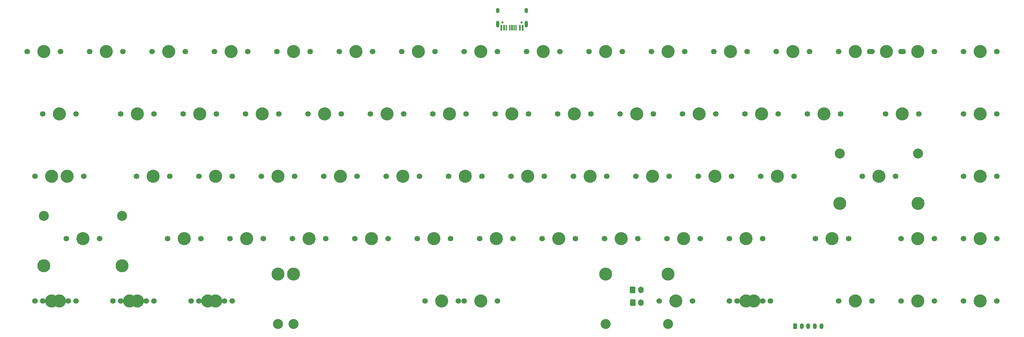
<source format=gbr>
%TF.GenerationSoftware,KiCad,Pcbnew,8.99.0-946-gf00a1ab517*%
%TF.CreationDate,2024-06-04T13:04:33+07:00*%
%TF.ProjectId,Sessantacinque65,53657373-616e-4746-9163-696e71756536,rev?*%
%TF.SameCoordinates,Original*%
%TF.FileFunction,Soldermask,Top*%
%TF.FilePolarity,Negative*%
%FSLAX46Y46*%
G04 Gerber Fmt 4.6, Leading zero omitted, Abs format (unit mm)*
G04 Created by KiCad (PCBNEW 8.99.0-946-gf00a1ab517) date 2024-06-04 13:04:33*
%MOMM*%
%LPD*%
G01*
G04 APERTURE LIST*
G04 Aperture macros list*
%AMRoundRect*
0 Rectangle with rounded corners*
0 $1 Rounding radius*
0 $2 $3 $4 $5 $6 $7 $8 $9 X,Y pos of 4 corners*
0 Add a 4 corners polygon primitive as box body*
4,1,4,$2,$3,$4,$5,$6,$7,$8,$9,$2,$3,0*
0 Add four circle primitives for the rounded corners*
1,1,$1+$1,$2,$3*
1,1,$1+$1,$4,$5*
1,1,$1+$1,$6,$7*
1,1,$1+$1,$8,$9*
0 Add four rect primitives between the rounded corners*
20,1,$1+$1,$2,$3,$4,$5,0*
20,1,$1+$1,$4,$5,$6,$7,0*
20,1,$1+$1,$6,$7,$8,$9,0*
20,1,$1+$1,$8,$9,$2,$3,0*%
G04 Aperture macros list end*
%ADD10C,1.700000*%
%ADD11C,4.000000*%
%ADD12RoundRect,0.250000X-0.600000X-0.750000X0.600000X-0.750000X0.600000X0.750000X-0.600000X0.750000X0*%
%ADD13O,1.700000X2.000000*%
%ADD14C,3.987800*%
%ADD15C,3.048000*%
%ADD16C,0.650000*%
%ADD17R,0.600000X1.760000*%
%ADD18R,0.300000X1.760000*%
%ADD19R,0.600000X1.450000*%
%ADD20O,1.000000X2.100000*%
%ADD21O,1.000000X1.600000*%
%ADD22RoundRect,0.250000X-0.350000X-0.625000X0.350000X-0.625000X0.350000X0.625000X-0.350000X0.625000X0*%
%ADD23O,1.200000X1.750000*%
G04 APERTURE END LIST*
D10*
%TO.C,SW12*%
X199182500Y139700000D03*
D11*
X204262500Y139700000D03*
D10*
X209342500Y139700000D03*
%TD*%
%TO.C,SW9*%
X142032500Y139700000D03*
D11*
X147112500Y139700000D03*
D10*
X152192500Y139700000D03*
%TD*%
%TO.C,SW72*%
X237282500Y63500000D03*
D11*
X242362500Y63500000D03*
D10*
X247442500Y63500000D03*
%TD*%
%TO.C,SW14*%
X256332500Y139700000D03*
D11*
X261412500Y139700000D03*
D10*
X266492500Y139700000D03*
%TD*%
%TO.C,SW20*%
X75357500Y120650000D03*
D11*
X80437500Y120650000D03*
D10*
X85517500Y120650000D03*
%TD*%
D12*
%TO.C,SWb\u00F4t1*%
X174430000Y62970000D03*
D13*
X176930000Y62970000D03*
%TD*%
D10*
%TO.C,SW22*%
X113457500Y120650000D03*
D11*
X118537500Y120650000D03*
D10*
X123617500Y120650000D03*
%TD*%
%TO.C,SW74*%
X275382500Y63500000D03*
D11*
X280462500Y63500000D03*
D10*
X285542500Y63500000D03*
%TD*%
%TO.C,SW47*%
X-7986500Y63500000D03*
D11*
X-2906500Y63500000D03*
D10*
X2173500Y63500000D03*
%TD*%
%TO.C,SW1*%
X-10367500Y139700000D03*
D11*
X-5287500Y139700000D03*
D10*
X-207500Y139700000D03*
%TD*%
%TO.C,SW43*%
X237282500Y139700000D03*
D11*
X242362500Y139700000D03*
D10*
X247442500Y139700000D03*
%TD*%
%TO.C,SW23*%
X132507500Y120650000D03*
D11*
X137587500Y120650000D03*
D10*
X142667500Y120650000D03*
%TD*%
%TO.C,SW59*%
X256332500Y82550000D03*
D11*
X261412500Y82550000D03*
D10*
X266492500Y82550000D03*
%TD*%
%TO.C,SW16*%
X-5604500Y120650000D03*
D11*
X-524500Y120650000D03*
D10*
X4555500Y120650000D03*
%TD*%
%TO.C,SW31*%
X-3223500Y101600000D03*
D11*
X1856500Y101600000D03*
D10*
X6936500Y101600000D03*
%TD*%
%TO.C,SW1006*%
X-7986500Y101600000D03*
D11*
X-2906500Y101600000D03*
D10*
X2173500Y101600000D03*
%TD*%
%TO.C,SW51*%
X89645000Y82550000D03*
D11*
X94725000Y82550000D03*
D10*
X99805000Y82550000D03*
%TD*%
%TO.C,SW1002*%
X-5604500Y63500000D03*
D11*
X-524500Y63500000D03*
D10*
X4555500Y63500000D03*
%TD*%
%TO.C,SW57*%
X203945000Y82550000D03*
D11*
X209025000Y82550000D03*
D10*
X214105000Y82550000D03*
%TD*%
%TO.C,SW1005*%
X246807500Y139700000D03*
D11*
X251887500Y139700000D03*
D10*
X256967500Y139700000D03*
%TD*%
%TO.C,SW27*%
X208707500Y120650000D03*
D11*
X213787500Y120650000D03*
D10*
X218867500Y120650000D03*
%TD*%
D14*
%TO.C,SW1001*%
X70902500Y71750000D03*
D15*
X70902500Y56510000D03*
D10*
X122972500Y63495000D03*
D11*
X128052500Y63495000D03*
D10*
X133132500Y63495000D03*
D14*
X185202500Y71750000D03*
D15*
X185202500Y56510000D03*
%TD*%
D16*
%TO.C,J5*%
X140482500Y148590000D03*
X134702500Y148590000D03*
D17*
X140842500Y146990000D03*
X140042500Y146990000D03*
D18*
X138842500Y146990000D03*
X137842500Y146990000D03*
X137342500Y146990000D03*
D19*
X135142500Y147145000D03*
X134342500Y147145000D03*
D17*
X134342500Y146990000D03*
X135142500Y146990000D03*
D18*
X135842500Y146990000D03*
X136842500Y146990000D03*
X138342500Y146990000D03*
D19*
X140042500Y147145000D03*
X140842500Y147145000D03*
D20*
X141912500Y148060000D03*
D21*
X141912500Y152240000D03*
D20*
X133272500Y148060000D03*
D21*
X133272500Y152240000D03*
%TD*%
D10*
%TO.C,SW35*%
X80120000Y101600000D03*
D11*
X85200000Y101600000D03*
D10*
X90280000Y101600000D03*
%TD*%
%TO.C,SW18*%
X37257500Y120650000D03*
D11*
X42337500Y120650000D03*
D10*
X47417500Y120650000D03*
%TD*%
%TO.C,SW13*%
X218232500Y139700000D03*
D11*
X223312500Y139700000D03*
D10*
X228392500Y139700000D03*
%TD*%
D12*
%TO.C,SWb\u00F4trst1*%
X174420000Y66890000D03*
D13*
X176920000Y66890000D03*
%TD*%
D10*
%TO.C,SW49*%
X51545000Y82550000D03*
D11*
X56625000Y82550000D03*
D10*
X61705000Y82550000D03*
%TD*%
%TO.C,SW33*%
X42020000Y101600000D03*
D11*
X47100000Y101600000D03*
D10*
X52180000Y101600000D03*
%TD*%
%TO.C,SW60*%
X275382500Y82550000D03*
D11*
X280462500Y82550000D03*
D10*
X285542500Y82550000D03*
%TD*%
%TO.C,SW10*%
X161082500Y139700000D03*
D11*
X166162500Y139700000D03*
D10*
X171242500Y139700000D03*
%TD*%
%TO.C,SW19*%
X56307500Y120650000D03*
D11*
X61387500Y120650000D03*
D10*
X66467500Y120650000D03*
%TD*%
%TO.C,SW25*%
X170607500Y120650000D03*
D11*
X175687500Y120650000D03*
D10*
X180767500Y120650000D03*
%TD*%
%TO.C,SW1000*%
X203945500Y63500000D03*
D11*
X209025500Y63500000D03*
D10*
X214105500Y63500000D03*
%TD*%
%TO.C,SW15*%
X275382500Y139700000D03*
D11*
X280462500Y139700000D03*
D10*
X285542500Y139700000D03*
%TD*%
%TO.C,SW4*%
X46782500Y139700000D03*
D11*
X51862500Y139700000D03*
D10*
X56942500Y139700000D03*
%TD*%
%TO.C,SW38*%
X137270000Y101600000D03*
D11*
X142350000Y101600000D03*
D10*
X147430000Y101600000D03*
%TD*%
%TO.C,SW62*%
X39638500Y63500000D03*
D11*
X44718500Y63500000D03*
D10*
X49798500Y63500000D03*
%TD*%
%TO.C,SW11*%
X180132500Y139700000D03*
D11*
X185212500Y139700000D03*
D10*
X190292500Y139700000D03*
%TD*%
%TO.C,SW48*%
X32495000Y82550000D03*
D11*
X37575000Y82550000D03*
D10*
X42655000Y82550000D03*
%TD*%
%TO.C,SW32*%
X22970000Y101600000D03*
D11*
X28050000Y101600000D03*
D10*
X33130000Y101600000D03*
%TD*%
%TO.C,SW17*%
X18207500Y120650000D03*
D11*
X23287500Y120650000D03*
D10*
X28367500Y120650000D03*
%TD*%
%TO.C,SW69*%
X182513500Y63500000D03*
D11*
X187593500Y63500000D03*
D10*
X192673500Y63500000D03*
%TD*%
%TO.C,SW40*%
X175370000Y101600000D03*
D11*
X180450000Y101600000D03*
D10*
X185530000Y101600000D03*
%TD*%
%TO.C,SW52*%
X108695000Y82550000D03*
D11*
X113775000Y82550000D03*
D10*
X118855000Y82550000D03*
%TD*%
%TO.C,SW21*%
X94407500Y120650000D03*
D11*
X99487500Y120650000D03*
D10*
X104567500Y120650000D03*
%TD*%
%TO.C,SW24*%
X151557500Y120650000D03*
D11*
X156637500Y120650000D03*
D10*
X161717500Y120650000D03*
%TD*%
%TO.C,SW2*%
X8682500Y139700000D03*
D11*
X13762500Y139700000D03*
D10*
X18842500Y139700000D03*
%TD*%
%TO.C,SW73*%
X256332500Y63500000D03*
D11*
X261412500Y63500000D03*
D10*
X266492500Y63500000D03*
%TD*%
%TO.C,SW28*%
X227757500Y120650000D03*
D11*
X232837500Y120650000D03*
D10*
X237917500Y120650000D03*
%TD*%
%TO.C,SW1004*%
X42020500Y63500000D03*
D11*
X47100500Y63500000D03*
D10*
X52180500Y63500000D03*
%TD*%
D15*
%TO.C,SW44*%
X237642600Y108585000D03*
D14*
X237642600Y93345000D03*
D10*
X244500600Y101600000D03*
D11*
X249580600Y101600000D03*
D10*
X254660600Y101600000D03*
D15*
X261518600Y108585000D03*
D14*
X261518600Y93345000D03*
%TD*%
D10*
%TO.C,SW58*%
X230139000Y82550000D03*
D11*
X235219000Y82550000D03*
D10*
X240299000Y82550000D03*
%TD*%
%TO.C,SW54*%
X146795000Y82550000D03*
D11*
X151875000Y82550000D03*
D10*
X156955000Y82550000D03*
%TD*%
%TO.C,SW29*%
X251570500Y120650000D03*
D11*
X256650500Y120650000D03*
D10*
X261730500Y120650000D03*
%TD*%
%TO.C,SW55*%
X165845000Y82550000D03*
D11*
X170925000Y82550000D03*
D10*
X176005000Y82550000D03*
%TD*%
%TO.C,SW53*%
X127745000Y82550000D03*
D11*
X132825000Y82550000D03*
D10*
X137905000Y82550000D03*
%TD*%
%TO.C,SW61*%
X15826000Y63500000D03*
D11*
X20906000Y63500000D03*
D10*
X25986000Y63500000D03*
%TD*%
D14*
%TO.C,SW66*%
X66156100Y71755000D03*
D15*
X66156100Y56515000D03*
D10*
X111076000Y63500000D03*
D11*
X116156000Y63500000D03*
D10*
X121236000Y63500000D03*
D14*
X166155900Y71755000D03*
D15*
X166155900Y56515000D03*
%TD*%
D10*
%TO.C,SW36*%
X99170000Y101600000D03*
D11*
X104250000Y101600000D03*
D10*
X109330000Y101600000D03*
%TD*%
D22*
%TO.C,J2*%
X224010000Y55830000D03*
D23*
X226010000Y55830000D03*
X228010000Y55830000D03*
X230010000Y55830000D03*
X232010000Y55830000D03*
%TD*%
D10*
%TO.C,SW7*%
X103932500Y139700000D03*
D11*
X109012500Y139700000D03*
D10*
X114092500Y139700000D03*
%TD*%
D15*
%TO.C,SW46*%
X-5244900Y89535000D03*
D14*
X-5244900Y74295000D03*
D10*
X1613100Y82550000D03*
D11*
X6693100Y82550000D03*
D10*
X11773100Y82550000D03*
D15*
X18631100Y89535000D03*
D14*
X18631100Y74295000D03*
%TD*%
D10*
%TO.C,SW5*%
X65832500Y139700000D03*
D11*
X70912500Y139700000D03*
D10*
X75992500Y139700000D03*
%TD*%
%TO.C,SW6*%
X84882500Y139700000D03*
D11*
X89962500Y139700000D03*
D10*
X95042500Y139700000D03*
%TD*%
%TO.C,SW3*%
X27732500Y139700000D03*
D11*
X32812500Y139700000D03*
D10*
X37892500Y139700000D03*
%TD*%
%TO.C,SW1003*%
X18207500Y63500000D03*
D11*
X23287500Y63500000D03*
D10*
X28367500Y63500000D03*
%TD*%
%TO.C,SW30*%
X275382500Y120650000D03*
D11*
X280462500Y120650000D03*
D10*
X285542500Y120650000D03*
%TD*%
%TO.C,SW26*%
X189657500Y120650000D03*
D11*
X194737500Y120650000D03*
D10*
X199817500Y120650000D03*
%TD*%
%TO.C,SW45*%
X275382500Y101600000D03*
D11*
X280462500Y101600000D03*
D10*
X285542500Y101600000D03*
%TD*%
%TO.C,SW8*%
X122982500Y139700000D03*
D11*
X128062500Y139700000D03*
D10*
X133142500Y139700000D03*
%TD*%
%TO.C,SW37*%
X118220000Y101600000D03*
D11*
X123300000Y101600000D03*
D10*
X128380000Y101600000D03*
%TD*%
%TO.C,SW50*%
X70595000Y82550000D03*
D11*
X75675000Y82550000D03*
D10*
X80755000Y82550000D03*
%TD*%
%TO.C,SW39*%
X156320000Y101600000D03*
D11*
X161400000Y101600000D03*
D10*
X166480000Y101600000D03*
%TD*%
%TO.C,SW70*%
X206326000Y63500000D03*
D11*
X211406000Y63500000D03*
D10*
X216486000Y63500000D03*
%TD*%
%TO.C,SW41*%
X194420000Y101600000D03*
D11*
X199500000Y101600000D03*
D10*
X204580000Y101600000D03*
%TD*%
%TO.C,SW34*%
X61070000Y101600000D03*
D11*
X66150000Y101600000D03*
D10*
X71230000Y101600000D03*
%TD*%
%TO.C,SW42*%
X213470000Y101600000D03*
D11*
X218550000Y101600000D03*
D10*
X223630000Y101600000D03*
%TD*%
%TO.C,SW56*%
X184895000Y82550000D03*
D11*
X189975000Y82550000D03*
D10*
X195055000Y82550000D03*
%TD*%
D16*
%TO.C,J6*%
X134702500Y148590000D03*
X140482500Y148590000D03*
D21*
X133272500Y152240000D03*
D20*
X133272500Y148060000D03*
D21*
X141912500Y152240000D03*
D20*
X141912500Y148060000D03*
%TD*%
M02*

</source>
